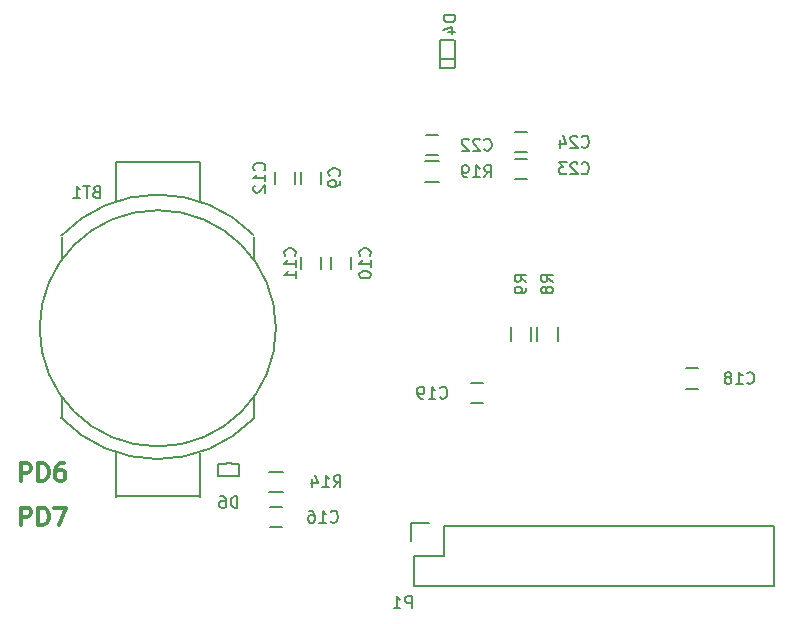
<source format=gbo>
G04 #@! TF.FileFunction,Legend,Bot*
%FSLAX46Y46*%
G04 Gerber Fmt 4.6, Leading zero omitted, Abs format (unit mm)*
G04 Created by KiCad (PCBNEW 4.0.4-stable) date 11/22/16 21:10:50*
%MOMM*%
%LPD*%
G01*
G04 APERTURE LIST*
%ADD10C,0.100000*%
%ADD11C,0.300000*%
%ADD12C,0.150000*%
G04 APERTURE END LIST*
D10*
D11*
X115892858Y-111678571D02*
X115892858Y-110178571D01*
X116464286Y-110178571D01*
X116607144Y-110250000D01*
X116678572Y-110321429D01*
X116750001Y-110464286D01*
X116750001Y-110678571D01*
X116678572Y-110821429D01*
X116607144Y-110892857D01*
X116464286Y-110964286D01*
X115892858Y-110964286D01*
X117392858Y-111678571D02*
X117392858Y-110178571D01*
X117750001Y-110178571D01*
X117964286Y-110250000D01*
X118107144Y-110392857D01*
X118178572Y-110535714D01*
X118250001Y-110821429D01*
X118250001Y-111035714D01*
X118178572Y-111321429D01*
X118107144Y-111464286D01*
X117964286Y-111607143D01*
X117750001Y-111678571D01*
X117392858Y-111678571D01*
X118750001Y-110178571D02*
X119750001Y-110178571D01*
X119107144Y-111678571D01*
X115892858Y-107928571D02*
X115892858Y-106428571D01*
X116464286Y-106428571D01*
X116607144Y-106500000D01*
X116678572Y-106571429D01*
X116750001Y-106714286D01*
X116750001Y-106928571D01*
X116678572Y-107071429D01*
X116607144Y-107142857D01*
X116464286Y-107214286D01*
X115892858Y-107214286D01*
X117392858Y-107928571D02*
X117392858Y-106428571D01*
X117750001Y-106428571D01*
X117964286Y-106500000D01*
X118107144Y-106642857D01*
X118178572Y-106785714D01*
X118250001Y-107071429D01*
X118250001Y-107285714D01*
X118178572Y-107571429D01*
X118107144Y-107714286D01*
X117964286Y-107857143D01*
X117750001Y-107928571D01*
X117392858Y-107928571D01*
X119535715Y-106428571D02*
X119250001Y-106428571D01*
X119107144Y-106500000D01*
X119035715Y-106571429D01*
X118892858Y-106785714D01*
X118821429Y-107071429D01*
X118821429Y-107642857D01*
X118892858Y-107785714D01*
X118964286Y-107857143D01*
X119107144Y-107928571D01*
X119392858Y-107928571D01*
X119535715Y-107857143D01*
X119607144Y-107785714D01*
X119678572Y-107642857D01*
X119678572Y-107285714D01*
X119607144Y-107142857D01*
X119535715Y-107071429D01*
X119392858Y-107000000D01*
X119107144Y-107000000D01*
X118964286Y-107071429D01*
X118892858Y-107142857D01*
X118821429Y-107285714D01*
D12*
X150150000Y-82625000D02*
X151350000Y-82625000D01*
X151350000Y-80875000D02*
X150150000Y-80875000D01*
X179710000Y-116810000D02*
X149230000Y-116810000D01*
X151770000Y-111730000D02*
X179710000Y-111730000D01*
X179710000Y-116810000D02*
X179710000Y-111730000D01*
X149230000Y-116810000D02*
X149230000Y-114270000D01*
X148950000Y-113000000D02*
X148950000Y-111450000D01*
X149230000Y-114270000D02*
X151770000Y-114270000D01*
X151770000Y-114270000D02*
X151770000Y-111730000D01*
X148950000Y-111450000D02*
X150500000Y-111450000D01*
X152635000Y-70607000D02*
X152635000Y-72893000D01*
X151365000Y-70607000D02*
X151365000Y-72893000D01*
X151428500Y-70607000D02*
X152571500Y-70607000D01*
X151428500Y-72956500D02*
X152571500Y-72956500D01*
X152571500Y-72194500D02*
X151428500Y-72194500D01*
X133754000Y-106492000D02*
X134389000Y-106492000D01*
X134389000Y-106492000D02*
X134389000Y-107508000D01*
X132611000Y-107508000D02*
X132611000Y-106492000D01*
X132611000Y-106492000D02*
X133246000Y-106492000D01*
X133754000Y-106365000D02*
X133754000Y-106492000D01*
X133246000Y-106492000D02*
X133246000Y-106365000D01*
X134389000Y-107508000D02*
X132611000Y-107508000D01*
X133246000Y-106365000D02*
X133754000Y-106365000D01*
X139650000Y-82750000D02*
X139650000Y-81750000D01*
X141350000Y-81750000D02*
X141350000Y-82750000D01*
X143850000Y-89000000D02*
X143850000Y-90000000D01*
X142150000Y-90000000D02*
X142150000Y-89000000D01*
X141350000Y-89000000D02*
X141350000Y-90000000D01*
X139650000Y-90000000D02*
X139650000Y-89000000D01*
X137400000Y-82750000D02*
X137400000Y-81750000D01*
X139100000Y-81750000D02*
X139100000Y-82750000D01*
X138000000Y-111850000D02*
X137000000Y-111850000D01*
X137000000Y-110150000D02*
X138000000Y-110150000D01*
X173250000Y-100100000D02*
X172250000Y-100100000D01*
X172250000Y-98400000D02*
X173250000Y-98400000D01*
X154000000Y-99650000D02*
X155000000Y-99650000D01*
X155000000Y-101350000D02*
X154000000Y-101350000D01*
X150250000Y-78650000D02*
X151250000Y-78650000D01*
X151250000Y-80350000D02*
X150250000Y-80350000D01*
X158750000Y-82350000D02*
X157750000Y-82350000D01*
X157750000Y-80650000D02*
X158750000Y-80650000D01*
X158750000Y-80100000D02*
X157750000Y-80100000D01*
X157750000Y-78400000D02*
X158750000Y-78400000D01*
X161375000Y-96100000D02*
X161375000Y-94900000D01*
X159625000Y-94900000D02*
X159625000Y-96100000D01*
X159125000Y-96100000D02*
X159125000Y-94900000D01*
X157375000Y-94900000D02*
X157375000Y-96100000D01*
X136900000Y-108875000D02*
X138100000Y-108875000D01*
X138100000Y-107125000D02*
X136900000Y-107125000D01*
X131056000Y-109224000D02*
X123944000Y-109224000D01*
X135628000Y-100842000D02*
X135628000Y-102620000D01*
X119372000Y-100842000D02*
X119372000Y-102620000D01*
X119320164Y-102576894D02*
G75*
G03X135611596Y-102647559I8179836J7830894D01*
G01*
X131056000Y-109250000D02*
X131056000Y-105541000D01*
X123944000Y-109250000D02*
X123944000Y-105541000D01*
X123944000Y-81000000D02*
X123944000Y-84205000D01*
X131056000Y-81000000D02*
X131056000Y-84205000D01*
X119320164Y-87169106D02*
G75*
G02X135611596Y-87098441I8179836J-7830894D01*
G01*
X119372000Y-89031000D02*
X119372000Y-87253000D01*
X135628000Y-89031000D02*
X135628000Y-87253000D01*
X131056000Y-80903000D02*
X123944000Y-80903000D01*
X137500000Y-95000000D02*
G75*
G03X137500000Y-95000000I-10000000J0D01*
G01*
X155142857Y-82202381D02*
X155476191Y-81726190D01*
X155714286Y-82202381D02*
X155714286Y-81202381D01*
X155333333Y-81202381D01*
X155238095Y-81250000D01*
X155190476Y-81297619D01*
X155142857Y-81392857D01*
X155142857Y-81535714D01*
X155190476Y-81630952D01*
X155238095Y-81678571D01*
X155333333Y-81726190D01*
X155714286Y-81726190D01*
X154190476Y-82202381D02*
X154761905Y-82202381D01*
X154476191Y-82202381D02*
X154476191Y-81202381D01*
X154571429Y-81345238D01*
X154666667Y-81440476D01*
X154761905Y-81488095D01*
X153714286Y-82202381D02*
X153523810Y-82202381D01*
X153428571Y-82154762D01*
X153380952Y-82107143D01*
X153285714Y-81964286D01*
X153238095Y-81773810D01*
X153238095Y-81392857D01*
X153285714Y-81297619D01*
X153333333Y-81250000D01*
X153428571Y-81202381D01*
X153619048Y-81202381D01*
X153714286Y-81250000D01*
X153761905Y-81297619D01*
X153809524Y-81392857D01*
X153809524Y-81630952D01*
X153761905Y-81726190D01*
X153714286Y-81773810D01*
X153619048Y-81821429D01*
X153428571Y-81821429D01*
X153333333Y-81773810D01*
X153285714Y-81726190D01*
X153238095Y-81630952D01*
X148988095Y-118702381D02*
X148988095Y-117702381D01*
X148607142Y-117702381D01*
X148511904Y-117750000D01*
X148464285Y-117797619D01*
X148416666Y-117892857D01*
X148416666Y-118035714D01*
X148464285Y-118130952D01*
X148511904Y-118178571D01*
X148607142Y-118226190D01*
X148988095Y-118226190D01*
X147464285Y-118702381D02*
X148035714Y-118702381D01*
X147750000Y-118702381D02*
X147750000Y-117702381D01*
X147845238Y-117845238D01*
X147940476Y-117940476D01*
X148035714Y-117988095D01*
X152702381Y-68511905D02*
X151702381Y-68511905D01*
X151702381Y-68750000D01*
X151750000Y-68892858D01*
X151845238Y-68988096D01*
X151940476Y-69035715D01*
X152130952Y-69083334D01*
X152273810Y-69083334D01*
X152464286Y-69035715D01*
X152559524Y-68988096D01*
X152654762Y-68892858D01*
X152702381Y-68750000D01*
X152702381Y-68511905D01*
X152035714Y-69940477D02*
X152702381Y-69940477D01*
X151654762Y-69702381D02*
X152369048Y-69464286D01*
X152369048Y-70083334D01*
X134238095Y-110202381D02*
X134238095Y-109202381D01*
X134000000Y-109202381D01*
X133857142Y-109250000D01*
X133761904Y-109345238D01*
X133714285Y-109440476D01*
X133666666Y-109630952D01*
X133666666Y-109773810D01*
X133714285Y-109964286D01*
X133761904Y-110059524D01*
X133857142Y-110154762D01*
X134000000Y-110202381D01*
X134238095Y-110202381D01*
X132809523Y-109202381D02*
X133000000Y-109202381D01*
X133095238Y-109250000D01*
X133142857Y-109297619D01*
X133238095Y-109440476D01*
X133285714Y-109630952D01*
X133285714Y-110011905D01*
X133238095Y-110107143D01*
X133190476Y-110154762D01*
X133095238Y-110202381D01*
X132904761Y-110202381D01*
X132809523Y-110154762D01*
X132761904Y-110107143D01*
X132714285Y-110011905D01*
X132714285Y-109773810D01*
X132761904Y-109678571D01*
X132809523Y-109630952D01*
X132904761Y-109583333D01*
X133095238Y-109583333D01*
X133190476Y-109630952D01*
X133238095Y-109678571D01*
X133285714Y-109773810D01*
X142857143Y-82083334D02*
X142904762Y-82035715D01*
X142952381Y-81892858D01*
X142952381Y-81797620D01*
X142904762Y-81654762D01*
X142809524Y-81559524D01*
X142714286Y-81511905D01*
X142523810Y-81464286D01*
X142380952Y-81464286D01*
X142190476Y-81511905D01*
X142095238Y-81559524D01*
X142000000Y-81654762D01*
X141952381Y-81797620D01*
X141952381Y-81892858D01*
X142000000Y-82035715D01*
X142047619Y-82083334D01*
X142952381Y-82559524D02*
X142952381Y-82750000D01*
X142904762Y-82845239D01*
X142857143Y-82892858D01*
X142714286Y-82988096D01*
X142523810Y-83035715D01*
X142142857Y-83035715D01*
X142047619Y-82988096D01*
X142000000Y-82940477D01*
X141952381Y-82845239D01*
X141952381Y-82654762D01*
X142000000Y-82559524D01*
X142047619Y-82511905D01*
X142142857Y-82464286D01*
X142380952Y-82464286D01*
X142476190Y-82511905D01*
X142523810Y-82559524D01*
X142571429Y-82654762D01*
X142571429Y-82845239D01*
X142523810Y-82940477D01*
X142476190Y-82988096D01*
X142380952Y-83035715D01*
X145457143Y-88857143D02*
X145504762Y-88809524D01*
X145552381Y-88666667D01*
X145552381Y-88571429D01*
X145504762Y-88428571D01*
X145409524Y-88333333D01*
X145314286Y-88285714D01*
X145123810Y-88238095D01*
X144980952Y-88238095D01*
X144790476Y-88285714D01*
X144695238Y-88333333D01*
X144600000Y-88428571D01*
X144552381Y-88571429D01*
X144552381Y-88666667D01*
X144600000Y-88809524D01*
X144647619Y-88857143D01*
X145552381Y-89809524D02*
X145552381Y-89238095D01*
X145552381Y-89523809D02*
X144552381Y-89523809D01*
X144695238Y-89428571D01*
X144790476Y-89333333D01*
X144838095Y-89238095D01*
X144552381Y-90428571D02*
X144552381Y-90523810D01*
X144600000Y-90619048D01*
X144647619Y-90666667D01*
X144742857Y-90714286D01*
X144933333Y-90761905D01*
X145171429Y-90761905D01*
X145361905Y-90714286D01*
X145457143Y-90666667D01*
X145504762Y-90619048D01*
X145552381Y-90523810D01*
X145552381Y-90428571D01*
X145504762Y-90333333D01*
X145457143Y-90285714D01*
X145361905Y-90238095D01*
X145171429Y-90190476D01*
X144933333Y-90190476D01*
X144742857Y-90238095D01*
X144647619Y-90285714D01*
X144600000Y-90333333D01*
X144552381Y-90428571D01*
X139107143Y-88857143D02*
X139154762Y-88809524D01*
X139202381Y-88666667D01*
X139202381Y-88571429D01*
X139154762Y-88428571D01*
X139059524Y-88333333D01*
X138964286Y-88285714D01*
X138773810Y-88238095D01*
X138630952Y-88238095D01*
X138440476Y-88285714D01*
X138345238Y-88333333D01*
X138250000Y-88428571D01*
X138202381Y-88571429D01*
X138202381Y-88666667D01*
X138250000Y-88809524D01*
X138297619Y-88857143D01*
X139202381Y-89809524D02*
X139202381Y-89238095D01*
X139202381Y-89523809D02*
X138202381Y-89523809D01*
X138345238Y-89428571D01*
X138440476Y-89333333D01*
X138488095Y-89238095D01*
X139202381Y-90761905D02*
X139202381Y-90190476D01*
X139202381Y-90476190D02*
X138202381Y-90476190D01*
X138345238Y-90380952D01*
X138440476Y-90285714D01*
X138488095Y-90190476D01*
X136507143Y-81607143D02*
X136554762Y-81559524D01*
X136602381Y-81416667D01*
X136602381Y-81321429D01*
X136554762Y-81178571D01*
X136459524Y-81083333D01*
X136364286Y-81035714D01*
X136173810Y-80988095D01*
X136030952Y-80988095D01*
X135840476Y-81035714D01*
X135745238Y-81083333D01*
X135650000Y-81178571D01*
X135602381Y-81321429D01*
X135602381Y-81416667D01*
X135650000Y-81559524D01*
X135697619Y-81607143D01*
X136602381Y-82559524D02*
X136602381Y-81988095D01*
X136602381Y-82273809D02*
X135602381Y-82273809D01*
X135745238Y-82178571D01*
X135840476Y-82083333D01*
X135888095Y-81988095D01*
X135697619Y-82940476D02*
X135650000Y-82988095D01*
X135602381Y-83083333D01*
X135602381Y-83321429D01*
X135650000Y-83416667D01*
X135697619Y-83464286D01*
X135792857Y-83511905D01*
X135888095Y-83511905D01*
X136030952Y-83464286D01*
X136602381Y-82892857D01*
X136602381Y-83511905D01*
X142142857Y-111357143D02*
X142190476Y-111404762D01*
X142333333Y-111452381D01*
X142428571Y-111452381D01*
X142571429Y-111404762D01*
X142666667Y-111309524D01*
X142714286Y-111214286D01*
X142761905Y-111023810D01*
X142761905Y-110880952D01*
X142714286Y-110690476D01*
X142666667Y-110595238D01*
X142571429Y-110500000D01*
X142428571Y-110452381D01*
X142333333Y-110452381D01*
X142190476Y-110500000D01*
X142142857Y-110547619D01*
X141190476Y-111452381D02*
X141761905Y-111452381D01*
X141476191Y-111452381D02*
X141476191Y-110452381D01*
X141571429Y-110595238D01*
X141666667Y-110690476D01*
X141761905Y-110738095D01*
X140333333Y-110452381D02*
X140523810Y-110452381D01*
X140619048Y-110500000D01*
X140666667Y-110547619D01*
X140761905Y-110690476D01*
X140809524Y-110880952D01*
X140809524Y-111261905D01*
X140761905Y-111357143D01*
X140714286Y-111404762D01*
X140619048Y-111452381D01*
X140428571Y-111452381D01*
X140333333Y-111404762D01*
X140285714Y-111357143D01*
X140238095Y-111261905D01*
X140238095Y-111023810D01*
X140285714Y-110928571D01*
X140333333Y-110880952D01*
X140428571Y-110833333D01*
X140619048Y-110833333D01*
X140714286Y-110880952D01*
X140761905Y-110928571D01*
X140809524Y-111023810D01*
X177392857Y-99607143D02*
X177440476Y-99654762D01*
X177583333Y-99702381D01*
X177678571Y-99702381D01*
X177821429Y-99654762D01*
X177916667Y-99559524D01*
X177964286Y-99464286D01*
X178011905Y-99273810D01*
X178011905Y-99130952D01*
X177964286Y-98940476D01*
X177916667Y-98845238D01*
X177821429Y-98750000D01*
X177678571Y-98702381D01*
X177583333Y-98702381D01*
X177440476Y-98750000D01*
X177392857Y-98797619D01*
X176440476Y-99702381D02*
X177011905Y-99702381D01*
X176726191Y-99702381D02*
X176726191Y-98702381D01*
X176821429Y-98845238D01*
X176916667Y-98940476D01*
X177011905Y-98988095D01*
X175869048Y-99130952D02*
X175964286Y-99083333D01*
X176011905Y-99035714D01*
X176059524Y-98940476D01*
X176059524Y-98892857D01*
X176011905Y-98797619D01*
X175964286Y-98750000D01*
X175869048Y-98702381D01*
X175678571Y-98702381D01*
X175583333Y-98750000D01*
X175535714Y-98797619D01*
X175488095Y-98892857D01*
X175488095Y-98940476D01*
X175535714Y-99035714D01*
X175583333Y-99083333D01*
X175678571Y-99130952D01*
X175869048Y-99130952D01*
X175964286Y-99178571D01*
X176011905Y-99226190D01*
X176059524Y-99321429D01*
X176059524Y-99511905D01*
X176011905Y-99607143D01*
X175964286Y-99654762D01*
X175869048Y-99702381D01*
X175678571Y-99702381D01*
X175583333Y-99654762D01*
X175535714Y-99607143D01*
X175488095Y-99511905D01*
X175488095Y-99321429D01*
X175535714Y-99226190D01*
X175583333Y-99178571D01*
X175678571Y-99130952D01*
X151392857Y-100857143D02*
X151440476Y-100904762D01*
X151583333Y-100952381D01*
X151678571Y-100952381D01*
X151821429Y-100904762D01*
X151916667Y-100809524D01*
X151964286Y-100714286D01*
X152011905Y-100523810D01*
X152011905Y-100380952D01*
X151964286Y-100190476D01*
X151916667Y-100095238D01*
X151821429Y-100000000D01*
X151678571Y-99952381D01*
X151583333Y-99952381D01*
X151440476Y-100000000D01*
X151392857Y-100047619D01*
X150440476Y-100952381D02*
X151011905Y-100952381D01*
X150726191Y-100952381D02*
X150726191Y-99952381D01*
X150821429Y-100095238D01*
X150916667Y-100190476D01*
X151011905Y-100238095D01*
X149964286Y-100952381D02*
X149773810Y-100952381D01*
X149678571Y-100904762D01*
X149630952Y-100857143D01*
X149535714Y-100714286D01*
X149488095Y-100523810D01*
X149488095Y-100142857D01*
X149535714Y-100047619D01*
X149583333Y-100000000D01*
X149678571Y-99952381D01*
X149869048Y-99952381D01*
X149964286Y-100000000D01*
X150011905Y-100047619D01*
X150059524Y-100142857D01*
X150059524Y-100380952D01*
X150011905Y-100476190D01*
X149964286Y-100523810D01*
X149869048Y-100571429D01*
X149678571Y-100571429D01*
X149583333Y-100523810D01*
X149535714Y-100476190D01*
X149488095Y-100380952D01*
X155142857Y-79857143D02*
X155190476Y-79904762D01*
X155333333Y-79952381D01*
X155428571Y-79952381D01*
X155571429Y-79904762D01*
X155666667Y-79809524D01*
X155714286Y-79714286D01*
X155761905Y-79523810D01*
X155761905Y-79380952D01*
X155714286Y-79190476D01*
X155666667Y-79095238D01*
X155571429Y-79000000D01*
X155428571Y-78952381D01*
X155333333Y-78952381D01*
X155190476Y-79000000D01*
X155142857Y-79047619D01*
X154761905Y-79047619D02*
X154714286Y-79000000D01*
X154619048Y-78952381D01*
X154380952Y-78952381D01*
X154285714Y-79000000D01*
X154238095Y-79047619D01*
X154190476Y-79142857D01*
X154190476Y-79238095D01*
X154238095Y-79380952D01*
X154809524Y-79952381D01*
X154190476Y-79952381D01*
X153809524Y-79047619D02*
X153761905Y-79000000D01*
X153666667Y-78952381D01*
X153428571Y-78952381D01*
X153333333Y-79000000D01*
X153285714Y-79047619D01*
X153238095Y-79142857D01*
X153238095Y-79238095D01*
X153285714Y-79380952D01*
X153857143Y-79952381D01*
X153238095Y-79952381D01*
X163392857Y-81857143D02*
X163440476Y-81904762D01*
X163583333Y-81952381D01*
X163678571Y-81952381D01*
X163821429Y-81904762D01*
X163916667Y-81809524D01*
X163964286Y-81714286D01*
X164011905Y-81523810D01*
X164011905Y-81380952D01*
X163964286Y-81190476D01*
X163916667Y-81095238D01*
X163821429Y-81000000D01*
X163678571Y-80952381D01*
X163583333Y-80952381D01*
X163440476Y-81000000D01*
X163392857Y-81047619D01*
X163011905Y-81047619D02*
X162964286Y-81000000D01*
X162869048Y-80952381D01*
X162630952Y-80952381D01*
X162535714Y-81000000D01*
X162488095Y-81047619D01*
X162440476Y-81142857D01*
X162440476Y-81238095D01*
X162488095Y-81380952D01*
X163059524Y-81952381D01*
X162440476Y-81952381D01*
X162107143Y-80952381D02*
X161488095Y-80952381D01*
X161821429Y-81333333D01*
X161678571Y-81333333D01*
X161583333Y-81380952D01*
X161535714Y-81428571D01*
X161488095Y-81523810D01*
X161488095Y-81761905D01*
X161535714Y-81857143D01*
X161583333Y-81904762D01*
X161678571Y-81952381D01*
X161964286Y-81952381D01*
X162059524Y-81904762D01*
X162107143Y-81857143D01*
X163392857Y-79607143D02*
X163440476Y-79654762D01*
X163583333Y-79702381D01*
X163678571Y-79702381D01*
X163821429Y-79654762D01*
X163916667Y-79559524D01*
X163964286Y-79464286D01*
X164011905Y-79273810D01*
X164011905Y-79130952D01*
X163964286Y-78940476D01*
X163916667Y-78845238D01*
X163821429Y-78750000D01*
X163678571Y-78702381D01*
X163583333Y-78702381D01*
X163440476Y-78750000D01*
X163392857Y-78797619D01*
X163011905Y-78797619D02*
X162964286Y-78750000D01*
X162869048Y-78702381D01*
X162630952Y-78702381D01*
X162535714Y-78750000D01*
X162488095Y-78797619D01*
X162440476Y-78892857D01*
X162440476Y-78988095D01*
X162488095Y-79130952D01*
X163059524Y-79702381D01*
X162440476Y-79702381D01*
X161583333Y-79035714D02*
X161583333Y-79702381D01*
X161821429Y-78654762D02*
X162059524Y-79369048D01*
X161440476Y-79369048D01*
X160952381Y-91083334D02*
X160476190Y-90750000D01*
X160952381Y-90511905D02*
X159952381Y-90511905D01*
X159952381Y-90892858D01*
X160000000Y-90988096D01*
X160047619Y-91035715D01*
X160142857Y-91083334D01*
X160285714Y-91083334D01*
X160380952Y-91035715D01*
X160428571Y-90988096D01*
X160476190Y-90892858D01*
X160476190Y-90511905D01*
X160380952Y-91654762D02*
X160333333Y-91559524D01*
X160285714Y-91511905D01*
X160190476Y-91464286D01*
X160142857Y-91464286D01*
X160047619Y-91511905D01*
X160000000Y-91559524D01*
X159952381Y-91654762D01*
X159952381Y-91845239D01*
X160000000Y-91940477D01*
X160047619Y-91988096D01*
X160142857Y-92035715D01*
X160190476Y-92035715D01*
X160285714Y-91988096D01*
X160333333Y-91940477D01*
X160380952Y-91845239D01*
X160380952Y-91654762D01*
X160428571Y-91559524D01*
X160476190Y-91511905D01*
X160571429Y-91464286D01*
X160761905Y-91464286D01*
X160857143Y-91511905D01*
X160904762Y-91559524D01*
X160952381Y-91654762D01*
X160952381Y-91845239D01*
X160904762Y-91940477D01*
X160857143Y-91988096D01*
X160761905Y-92035715D01*
X160571429Y-92035715D01*
X160476190Y-91988096D01*
X160428571Y-91940477D01*
X160380952Y-91845239D01*
X158702381Y-91083334D02*
X158226190Y-90750000D01*
X158702381Y-90511905D02*
X157702381Y-90511905D01*
X157702381Y-90892858D01*
X157750000Y-90988096D01*
X157797619Y-91035715D01*
X157892857Y-91083334D01*
X158035714Y-91083334D01*
X158130952Y-91035715D01*
X158178571Y-90988096D01*
X158226190Y-90892858D01*
X158226190Y-90511905D01*
X158702381Y-91559524D02*
X158702381Y-91750000D01*
X158654762Y-91845239D01*
X158607143Y-91892858D01*
X158464286Y-91988096D01*
X158273810Y-92035715D01*
X157892857Y-92035715D01*
X157797619Y-91988096D01*
X157750000Y-91940477D01*
X157702381Y-91845239D01*
X157702381Y-91654762D01*
X157750000Y-91559524D01*
X157797619Y-91511905D01*
X157892857Y-91464286D01*
X158130952Y-91464286D01*
X158226190Y-91511905D01*
X158273810Y-91559524D01*
X158321429Y-91654762D01*
X158321429Y-91845239D01*
X158273810Y-91940477D01*
X158226190Y-91988096D01*
X158130952Y-92035715D01*
X142392857Y-108452381D02*
X142726191Y-107976190D01*
X142964286Y-108452381D02*
X142964286Y-107452381D01*
X142583333Y-107452381D01*
X142488095Y-107500000D01*
X142440476Y-107547619D01*
X142392857Y-107642857D01*
X142392857Y-107785714D01*
X142440476Y-107880952D01*
X142488095Y-107928571D01*
X142583333Y-107976190D01*
X142964286Y-107976190D01*
X141440476Y-108452381D02*
X142011905Y-108452381D01*
X141726191Y-108452381D02*
X141726191Y-107452381D01*
X141821429Y-107595238D01*
X141916667Y-107690476D01*
X142011905Y-107738095D01*
X140583333Y-107785714D02*
X140583333Y-108452381D01*
X140821429Y-107404762D02*
X141059524Y-108119048D01*
X140440476Y-108119048D01*
X122285714Y-83428571D02*
X122142857Y-83476190D01*
X122095238Y-83523810D01*
X122047619Y-83619048D01*
X122047619Y-83761905D01*
X122095238Y-83857143D01*
X122142857Y-83904762D01*
X122238095Y-83952381D01*
X122619048Y-83952381D01*
X122619048Y-82952381D01*
X122285714Y-82952381D01*
X122190476Y-83000000D01*
X122142857Y-83047619D01*
X122095238Y-83142857D01*
X122095238Y-83238095D01*
X122142857Y-83333333D01*
X122190476Y-83380952D01*
X122285714Y-83428571D01*
X122619048Y-83428571D01*
X121761905Y-82952381D02*
X121190476Y-82952381D01*
X121476191Y-83952381D02*
X121476191Y-82952381D01*
X120333333Y-83952381D02*
X120904762Y-83952381D01*
X120619048Y-83952381D02*
X120619048Y-82952381D01*
X120714286Y-83095238D01*
X120809524Y-83190476D01*
X120904762Y-83238095D01*
M02*

</source>
